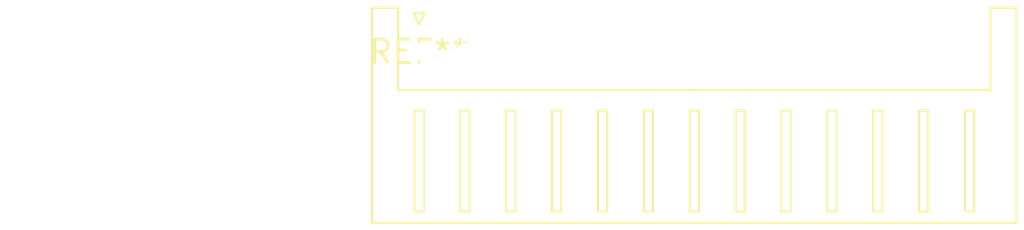
<source format=kicad_pcb>
(kicad_pcb (version 20240108) (generator pcbnew)
  (layers (0 "F.Cu" signal) (31 "B.Cu" signal) (34 "B.Paste" user) (35 "F.Paste" user) (36 "B.SilkS" user "B.Silkscreen") (37 "F.SilkS" user "F.Silkscreen") (38 "B.Mask" user) (39 "F.Mask" user) (44 "Edge.Cuts" user))
  (net 0 "")
  (footprint "JST_XH_S13B-XH-A_1x13_P2.50mm_Horizontal" (layer "F.Cu") (at 0 0)
    (property "Reference" "REF**")
    (property "Value" "JST_XH_S13B-XH-A_1x13_P2.50mm_Horizontal")
    (fp_line (start -2.56 -2.41) (end -1.14 -2.41) (layer "F.SilkS") (stroke (width 0.12)))
    (fp_line (start -2.56 9.31) (end -2.56 -2.41) (layer "F.SilkS") (stroke (width 0.12)))
    (fp_line (start -1.14 -2.41) (end -1.14 2.09) (layer "F.SilkS") (stroke (width 0.12)))
    (fp_line (start -1.14 2.09) (end 15 2.09) (layer "F.SilkS") (stroke (width 0.12)))
    (fp_line (start -0.3 -2.1) (end 0.3 -2.1) (layer "F.SilkS") (stroke (width 0.12)))
    (fp_line (start -0.25 3.2) (end -0.25 8.7) (layer "F.SilkS") (stroke (width 0.12)))
    (fp_line (start -0.25 8.7) (end 0.25 8.7) (layer "F.SilkS") (stroke (width 0.12)))
    (fp_line (start 0 -1.5) (end -0.3 -2.1) (layer "F.SilkS") (stroke (width 0.12)))
    (fp_line (start 0.25 3.2) (end -0.25 3.2) (layer "F.SilkS") (stroke (width 0.12)))
    (fp_line (start 0.25 8.7) (end 0.25 3.2) (layer "F.SilkS") (stroke (width 0.12)))
    (fp_line (start 0.3 -2.1) (end 0 -1.5) (layer "F.SilkS") (stroke (width 0.12)))
    (fp_line (start 2.25 3.2) (end 2.25 8.7) (layer "F.SilkS") (stroke (width 0.12)))
    (fp_line (start 2.25 8.7) (end 2.75 8.7) (layer "F.SilkS") (stroke (width 0.12)))
    (fp_line (start 2.75 3.2) (end 2.25 3.2) (layer "F.SilkS") (stroke (width 0.12)))
    (fp_line (start 2.75 8.7) (end 2.75 3.2) (layer "F.SilkS") (stroke (width 0.12)))
    (fp_line (start 4.75 3.2) (end 4.75 8.7) (layer "F.SilkS") (stroke (width 0.12)))
    (fp_line (start 4.75 8.7) (end 5.25 8.7) (layer "F.SilkS") (stroke (width 0.12)))
    (fp_line (start 5.25 3.2) (end 4.75 3.2) (layer "F.SilkS") (stroke (width 0.12)))
    (fp_line (start 5.25 8.7) (end 5.25 3.2) (layer "F.SilkS") (stroke (width 0.12)))
    (fp_line (start 7.25 3.2) (end 7.25 8.7) (layer "F.SilkS") (stroke (width 0.12)))
    (fp_line (start 7.25 8.7) (end 7.75 8.7) (layer "F.SilkS") (stroke (width 0.12)))
    (fp_line (start 7.75 3.2) (end 7.25 3.2) (layer "F.SilkS") (stroke (width 0.12)))
    (fp_line (start 7.75 8.7) (end 7.75 3.2) (layer "F.SilkS") (stroke (width 0.12)))
    (fp_line (start 9.75 3.2) (end 9.75 8.7) (layer "F.SilkS") (stroke (width 0.12)))
    (fp_line (start 9.75 8.7) (end 10.25 8.7) (layer "F.SilkS") (stroke (width 0.12)))
    (fp_line (start 10.25 3.2) (end 9.75 3.2) (layer "F.SilkS") (stroke (width 0.12)))
    (fp_line (start 10.25 8.7) (end 10.25 3.2) (layer "F.SilkS") (stroke (width 0.12)))
    (fp_line (start 12.25 3.2) (end 12.25 8.7) (layer "F.SilkS") (stroke (width 0.12)))
    (fp_line (start 12.25 8.7) (end 12.75 8.7) (layer "F.SilkS") (stroke (width 0.12)))
    (fp_line (start 12.75 3.2) (end 12.25 3.2) (layer "F.SilkS") (stroke (width 0.12)))
    (fp_line (start 12.75 8.7) (end 12.75 3.2) (layer "F.SilkS") (stroke (width 0.12)))
    (fp_line (start 14.75 3.2) (end 14.75 8.7) (layer "F.SilkS") (stroke (width 0.12)))
    (fp_line (start 14.75 8.7) (end 15.25 8.7) (layer "F.SilkS") (stroke (width 0.12)))
    (fp_line (start 15 9.31) (end -2.56 9.31) (layer "F.SilkS") (stroke (width 0.12)))
    (fp_line (start 15 9.31) (end 32.56 9.31) (layer "F.SilkS") (stroke (width 0.12)))
    (fp_line (start 15.25 3.2) (end 14.75 3.2) (layer "F.SilkS") (stroke (width 0.12)))
    (fp_line (start 15.25 8.7) (end 15.25 3.2) (layer "F.SilkS") (stroke (width 0.12)))
    (fp_line (start 17.25 3.2) (end 17.25 8.7) (layer "F.SilkS") (stroke (width 0.12)))
    (fp_line (start 17.25 8.7) (end 17.75 8.7) (layer "F.SilkS") (stroke (width 0.12)))
    (fp_line (start 17.75 3.2) (end 17.25 3.2) (layer "F.SilkS") (stroke (width 0.12)))
    (fp_line (start 17.75 8.7) (end 17.75 3.2) (layer "F.SilkS") (stroke (width 0.12)))
    (fp_line (start 19.75 3.2) (end 19.75 8.7) (layer "F.SilkS") (stroke (width 0.12)))
    (fp_line (start 19.75 8.7) (end 20.25 8.7) (layer "F.SilkS") (stroke (width 0.12)))
    (fp_line (start 20.25 3.2) (end 19.75 3.2) (layer "F.SilkS") (stroke (width 0.12)))
    (fp_line (start 20.25 8.7) (end 20.25 3.2) (layer "F.SilkS") (stroke (width 0.12)))
    (fp_line (start 22.25 3.2) (end 22.25 8.7) (layer "F.SilkS") (stroke (width 0.12)))
    (fp_line (start 22.25 8.7) (end 22.75 8.7) (layer "F.SilkS") (stroke (width 0.12)))
    (fp_line (start 22.75 3.2) (end 22.25 3.2) (layer "F.SilkS") (stroke (width 0.12)))
    (fp_line (start 22.75 8.7) (end 22.75 3.2) (layer "F.SilkS") (stroke (width 0.12)))
    (fp_line (start 24.75 3.2) (end 24.75 8.7) (layer "F.SilkS") (stroke (width 0.12)))
    (fp_line (start 24.75 8.7) (end 25.25 8.7) (layer "F.SilkS") (stroke (width 0.12)))
    (fp_line (start 25.25 3.2) (end 24.75 3.2) (layer "F.SilkS") (stroke (width 0.12)))
    (fp_line (start 25.25 8.7) (end 25.25 3.2) (layer "F.SilkS") (stroke (width 0.12)))
    (fp_line (start 27.25 3.2) (end 27.25 8.7) (layer "F.SilkS") (stroke (width 0.12)))
    (fp_line (start 27.25 8.7) (end 27.75 8.7) (layer "F.SilkS") (stroke (width 0.12)))
    (fp_line (start 27.75 3.2) (end 27.25 3.2) (layer "F.SilkS") (stroke (width 0.12)))
    (fp_line (start 27.75 8.7) (end 27.75 3.2) (layer "F.SilkS") (stroke (width 0.12)))
    (fp_line (start 29.75 3.2) (end 29.75 8.7) (layer "F.SilkS") (stroke (width 0.12)))
    (fp_line (start 29.75 8.7) (end 30.25 8.7) (layer "F.SilkS") (stroke (width 0.12)))
    (fp_line (start 30.25 3.2) (end 29.75 3.2) (layer "F.SilkS") (stroke (width 0.12)))
    (fp_line (start 30.25 8.7) (end 30.25 3.2) (layer "F.SilkS") (stroke (width 0.12)))
    (fp_line (start 31.14 -2.41) (end 31.14 2.09) (layer "F.SilkS") (stroke (width 0.12)))
    (fp_line (start 31.14 2.09) (end 15 2.09) (layer "F.SilkS") (stroke (width 0.12)))
    (fp_line (start 32.56 -2.41) (end 31.14 -2.41) (layer "F.SilkS") (stroke (width 0.12)))
    (fp_line (start 32.56 9.31) (end 32.56 -2.41) (layer "F.SilkS") (stroke (width 0.12)))
    (pad "1" thru_hole roundrect (at 0 0) (size 1.7 1.95) (drill 0.95) (layers *.Cu *.Mask) (remove_unused_layers) (roundrect_rratio 0.147059))
    (pad "2" thru_hole oval (at 2.5 0) (size 1.7 1.95) (drill 0.95) (layers *.Cu *.Mask) (remove_unused_layers))
    (pad "3" thru_hole oval (at 5 0) (size 1.7 1.95) (drill 0.95) (layers *.Cu *.Mask) (remove_unused_layers))
    (pad "4" thru_hole oval (at 7.5 0) (size 1.7 1.95) (drill 0.95) (layers *.Cu *.Mask) (remove_unused_layers))
    (pad "5" thru_hole oval (at 10 0) (size 1.7 1.95) (drill 0.95) (layers *.Cu *.Mask) (remove_unused_layers))
    (pad "6" thru_hole oval (at 12.5 0) (size 1.7 1.95) (drill 0.95) (layers *.Cu *.Mask) (remove_unused_layers))
    (pad "7" thru_hole oval (at 15 0) (size 1.7 1.95) (drill 0.95) (layers *.Cu *.Mask) (remove_unused_layers))
    (pad "8" thru_hole oval (at 17.5 0) (size 1.7 1.95) (drill 0.95) (layers *.Cu *.Mask) (remove_unused_layers))
    (pad "9" thru_hole oval (at 20 0) (size 1.7 1.95) (drill 0.95) (layers *.Cu *.Mask) (remove_unused_layers))
    (pad "10" thru_hole oval (at 22.5 0) (size 1.7 1.95) (drill 0.95) (layers *.Cu *.Mask) (remove_unused_layers))
    (pad "11" thru_hole oval (at 25 0) (size 1.7 1.95) (drill 0.95) (layers *.Cu *.Mask) (remove_unused_layers))
    (pad "12" thru_hole oval (at 27.5 0) (size 1.7 1.95) (drill 0.95) (layers *.Cu *.Mask) (remove_unused_layers))
    (pad "13" thru_hole oval (at 30 0) (size 1.7 1.95) (drill 0.95) (layers *.Cu *.Mask) (remove_unused_layers))
  )
)
</source>
